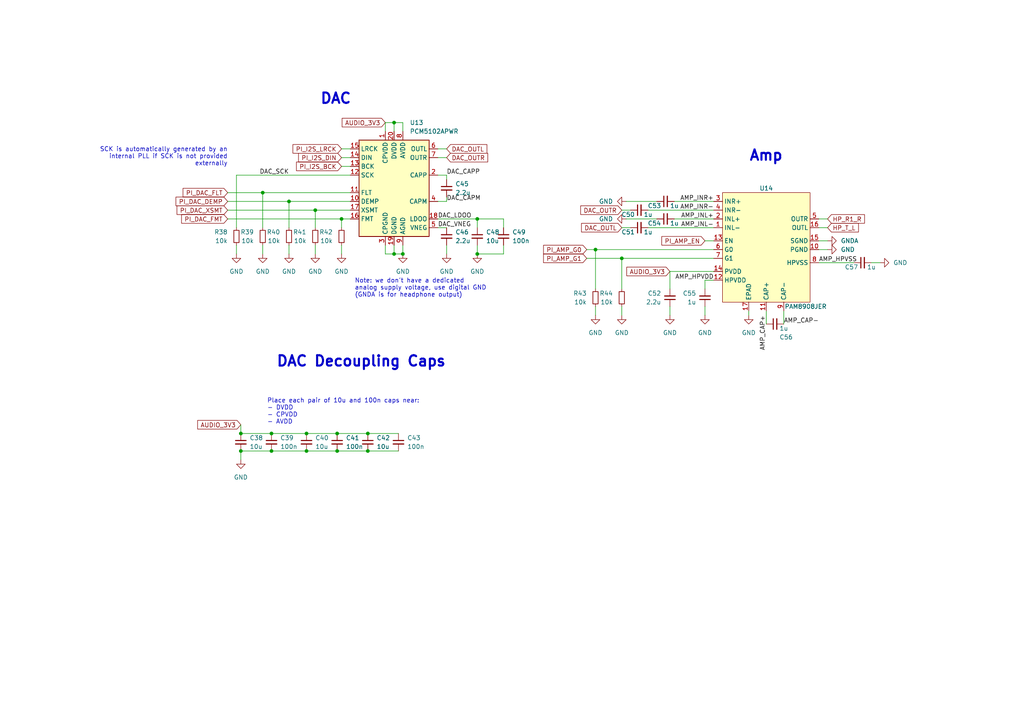
<source format=kicad_sch>
(kicad_sch (version 20230121) (generator eeschema)
  (paper "A4")
  (title_block (title "piPod IO/SMC Board") (date "${DATE}") (rev "%{TAG} (${REVISION})"))
  (lib_symbols
    (symbol "Audio:PCM5102"
      (property "Reference" "U" (at -10.16 13.97 0))
      (property "Value" "PCM5102" (at 3.81 13.97 0))
      (symbol "PCM5102_0_1"
        (rectangle (start -10.16 12.7) (end 10.16 -15.24) (stroke (width 0.254)) (fill (type background)))
      )
      (symbol "PCM5102_1_1"
        (pin passive line (at -2.54 15.24 270) (length 2.54) (name "CPVDD") (number "1"))
        (pin input line (at -12.7 -5.08 0) (length 2.54) (name "DEMP") (number "10"))
        (pin input line (at -12.7 -2.54 0) (length 2.54) (name "FLT") (number "11"))
        (pin input line (at -12.7 2.54 0) (length 2.54) (name "SCK") (number "12"))
        (pin input line (at -12.7 5.08 0) (length 2.54) (name "BCK") (number "13"))
        (pin input line (at -12.7 7.62 0) (length 2.54) (name "DIN") (number "14"))
        (pin input line (at -12.7 10.16 0) (length 2.54) (name "LRCK") (number "15"))
        (pin input line (at -12.7 -10.16 0) (length 2.54) (name "FMT") (number "16"))
        (pin input line (at -12.7 -7.62 0) (length 2.54) (name "XSMT") (number "17"))
        (pin passive line (at 12.7 -10.16 180) (length 2.54) (name "LDOO") (number "18"))
        (pin power_in line (at 0 -17.78 90) (length 2.54) (name "DGND") (number "19"))
        (pin passive line (at 12.7 2.54 180) (length 2.54) (name "CAPP") (number "2"))
        (pin power_in line (at 0 15.24 270) (length 2.54) (name "DVDD") (number "20"))
        (pin power_in line (at -2.54 -17.78 90) (length 2.54) (name "CPGND") (number "3"))
        (pin passive line (at 12.7 -5.08 180) (length 2.54) (name "CAPM") (number "4"))
        (pin passive line (at 12.7 -12.7 180) (length 2.54) (name "VNEG") (number "5"))
        (pin output line (at 12.7 10.16 180) (length 2.54) (name "OUTL") (number "6"))
        (pin output line (at 12.7 7.62 180) (length 2.54) (name "OUTR") (number "7"))
        (pin power_in line (at 2.54 15.24 270) (length 2.54) (name "AVDD") (number "8"))
        (pin power_in line (at 2.54 -17.78 90) (length 2.54) (name "AGND") (number "9"))
      )
    )
    (symbol "Device:C_Small" (pin_numbers hide) (pin_names (offset 0.254) hide)
      (property "Reference" "C" (at 0.254 1.778 0))
      (property "Value" "C_Small" (at 0.254 -2.032 0))
      (symbol "C_Small_0_1"
        (polyline (pts (xy -1.524 -0.508) (xy 1.524 -0.508)) (stroke (width 0.3302)))
        (polyline (pts (xy -1.524 0.508) (xy 1.524 0.508)) (stroke (width 0.3048)))
      )
      (symbol "C_Small_1_1"
        (pin passive line (at 0 2.54 270) (length 2.032) (name "~") (number "1"))
        (pin passive line (at 0 -2.54 90) (length 2.032) (name "~") (number "2"))
      )
    )
    (symbol "Device:R_Small" (pin_numbers hide) (pin_names (offset 0.254) hide)
      (property "Reference" "R" (at 0.762 0.508 0))
      (property "Value" "R_Small" (at 0.762 -1.016 0))
      (symbol "R_Small_0_1"
        (rectangle (start -0.762 1.778) (end 0.762 -1.778) (stroke (width 0.2032)))
      )
      (symbol "R_Small_1_1"
        (pin passive line (at 0 2.54 270) (length 0.762) (name "~") (number "1"))
        (pin passive line (at 0 -2.54 90) (length 0.762) (name "~") (number "2"))
      )
    )
    (symbol "lcsc:PAM8908JER"
      (property "Reference" "U?" (at 0 15.24 0))
      (property "Value" "PAM8908JER" (at 12.7 -19.05 0))
      (symbol "PAM8908JER_0_1"
        (rectangle (start -12.7 13.97) (end 12.7 -17.78) (fill (type background)))
        (pin input line (at -15.24 3.81 0) (length 2.54) (name "INL-") (number "1"))
        (pin power_in line (at 15.24 -2.54 180) (length 2.54) (name "PGND") (number "10"))
        (pin output line (at 0 -20.32 90) (length 2.54) (name "CAP+") (number "11"))
        (pin power_out line (at -15.24 -11.43 0) (length 2.54) (name "HPVDD") (number "12"))
        (pin input line (at -15.24 0 0) (length 2.54) (name "EN") (number "13"))
        (pin power_in line (at -15.24 -8.89 0) (length 2.54) (name "PVDD") (number "14"))
        (pin power_out line (at 15.24 0 180) (length 2.54) (name "SGND") (number "15"))
        (pin output line (at 15.24 3.81 180) (length 2.54) (name "OUTL") (number "16"))
        (pin passive line (at -5.08 -20.32 90) (length 2.54) (name "EPAD") (number "17"))
        (pin input line (at -15.24 6.35 0) (length 2.54) (name "INL+") (number "2"))
        (pin input line (at -15.24 11.43 0) (length 2.54) (name "INR+") (number "3"))
        (pin input line (at -15.24 8.89 0) (length 2.54) (name "INR-") (number "4"))
        (pin output line (at 15.24 6.35 180) (length 2.54) (name "OUTR") (number "5"))
        (pin input line (at -15.24 -2.54 0) (length 2.54) (name "G0") (number "6"))
        (pin input line (at -15.24 -5.08 0) (length 2.54) (name "G1") (number "7"))
        (pin power_out line (at 15.24 -6.35 180) (length 2.54) (name "HPVSS") (number "8"))
        (pin output line (at 5.08 -20.32 90) (length 2.54) (name "CAP-") (number "9"))
      )
    )
    (symbol "power:GND" (power) (pin_names (offset 0))
      (property "Value" "GND" (at 0 -3.81 0))
      (symbol "GND_0_1"
        (polyline (pts (xy 0 0) (xy 0 -1.27) (xy 1.27 -1.27) (xy 0 -2.54) (xy -1.27 -1.27) (xy 0 -1.27)))
      )
      (symbol "GND_1_1"
        (pin power_in line (at 0 0 270) (length 0) hide (name "GND") (number "1"))
      )
    )
    (symbol "power:GNDA" (power) (pin_names (offset 0))
      (property "Value" "GNDA" (at 0 -3.81 0))
      (symbol "GNDA_0_1"
        (polyline (pts (xy 0 0) (xy 0 -1.27) (xy 1.27 -1.27) (xy 0 -2.54) (xy -1.27 -1.27) (xy 0 -1.27)))
      )
      (symbol "GNDA_1_1"
        (pin power_in line (at 0 0 270) (length 0) hide (name "GNDA") (number "1"))
      )
    )
  )
  (junction (at 78.74 130.81))
  (junction (at 138.43 73.66))
  (junction (at 114.3 35.56))
  (junction (at 114.3 73.66))
  (junction (at 106.68 130.81))
  (junction (at 78.74 125.73))
  (junction (at 69.85 130.81))
  (junction (at 116.84 73.66))
  (junction (at 180.34 74.93))
  (junction (at 138.43 63.5))
  (junction (at 106.68 125.73))
  (junction (at 97.79 125.73))
  (junction (at 99.06 63.5))
  (junction (at 83.82 58.42))
  (junction (at 91.44 60.96))
  (junction (at 76.2 55.88))
  (junction (at 69.85 125.73))
  (junction (at 97.79 130.81))
  (junction (at 88.9 130.81))
  (junction (at 88.9 125.73))
  (junction (at 172.72 72.39))
  (wire (pts (xy 76.2 71.12) (xy 76.2 73.66)))
  (wire (pts (xy 172.72 72.39) (xy 172.72 83.82)))
  (wire (pts (xy 170.18 72.39) (xy 172.72 72.39)))
  (wire (pts (xy 194.31 78.74) (xy 194.31 83.82)))
  (wire (pts (xy 78.74 125.73) (xy 88.9 125.73)))
  (wire (pts (xy 172.72 72.39) (xy 207.01 72.39)))
  (wire (pts (xy 172.72 88.9) (xy 172.72 91.44)))
  (wire (pts (xy 129.54 71.12) (xy 129.54 73.66)))
  (wire (pts (xy 181.61 58.42) (xy 190.5 58.42)))
  (wire (pts (xy 69.85 130.81) (xy 69.85 133.35)))
  (wire (pts (xy 97.79 125.73) (xy 106.68 125.73)))
  (wire (pts (xy 78.74 130.81) (xy 88.9 130.81)))
  (wire (pts (xy 127 63.5) (xy 138.43 63.5)))
  (wire (pts (xy 217.17 90.17) (xy 217.17 91.44)))
  (wire (pts (xy 237.49 72.39) (xy 240.03 72.39)))
  (wire (pts (xy 99.06 71.12) (xy 99.06 73.66)))
  (wire (pts (xy 91.44 60.96) (xy 91.44 66.04)))
  (wire (pts (xy 111.76 73.66) (xy 114.3 73.66)))
  (wire (pts (xy 116.84 35.56) (xy 116.84 38.1)))
  (wire (pts (xy 76.2 55.88) (xy 101.6 55.88)))
  (wire (pts (xy 180.34 60.96) (xy 182.88 60.96)))
  (wire (pts (xy 101.6 58.42) (xy 83.82 58.42)))
  (wire (pts (xy 106.68 125.73) (xy 115.57 125.73)))
  (wire (pts (xy 180.34 88.9) (xy 180.34 91.44)))
  (wire (pts (xy 180.34 74.93) (xy 207.01 74.93)))
  (wire (pts (xy 88.9 130.81) (xy 97.79 130.81)))
  (wire (pts (xy 204.47 81.28) (xy 204.47 83.82)))
  (wire (pts (xy 129.54 50.8) (xy 129.54 52.07)))
  (wire (pts (xy 91.44 71.12) (xy 91.44 73.66)))
  (wire (pts (xy 83.82 71.12) (xy 83.82 73.66)))
  (wire (pts (xy 180.34 74.93) (xy 180.34 83.82)))
  (wire (pts (xy 222.25 90.17) (xy 222.25 93.98)))
  (wire (pts (xy 138.43 63.5) (xy 138.43 66.04)))
  (wire (pts (xy 97.79 130.81) (xy 106.68 130.81)))
  (wire (pts (xy 127 45.72) (xy 129.54 45.72)))
  (wire (pts (xy 204.47 69.85) (xy 207.01 69.85)))
  (wire (pts (xy 116.84 71.12) (xy 116.84 73.66)))
  (wire (pts (xy 195.58 58.42) (xy 207.01 58.42)))
  (wire (pts (xy 68.58 50.8) (xy 101.6 50.8)))
  (wire (pts (xy 106.68 130.81) (xy 115.57 130.81)))
  (wire (pts (xy 237.49 66.04) (xy 240.03 66.04)))
  (wire (pts (xy 83.82 58.42) (xy 83.82 66.04)))
  (wire (pts (xy 237.49 76.2) (xy 247.65 76.2)))
  (wire (pts (xy 146.05 71.12) (xy 146.05 73.66)))
  (wire (pts (xy 114.3 35.56) (xy 116.84 35.56)))
  (wire (pts (xy 237.49 69.85) (xy 240.03 69.85)))
  (wire (pts (xy 68.58 50.8) (xy 68.58 66.04)))
  (wire (pts (xy 194.31 78.74) (xy 207.01 78.74)))
  (wire (pts (xy 138.43 63.5) (xy 146.05 63.5)))
  (wire (pts (xy 114.3 73.66) (xy 116.84 73.66)))
  (wire (pts (xy 99.06 45.72) (xy 101.6 45.72)))
  (wire (pts (xy 101.6 63.5) (xy 99.06 63.5)))
  (wire (pts (xy 187.96 66.04) (xy 207.01 66.04)))
  (wire (pts (xy 69.85 130.81) (xy 78.74 130.81)))
  (wire (pts (xy 180.34 66.04) (xy 182.88 66.04)))
  (wire (pts (xy 114.3 71.12) (xy 114.3 73.66)))
  (wire (pts (xy 66.04 60.96) (xy 91.44 60.96)))
  (wire (pts (xy 170.18 74.93) (xy 180.34 74.93)))
  (wire (pts (xy 181.61 63.5) (xy 190.5 63.5)))
  (wire (pts (xy 187.96 60.96) (xy 207.01 60.96)))
  (wire (pts (xy 99.06 63.5) (xy 99.06 66.04)))
  (wire (pts (xy 66.04 63.5) (xy 99.06 63.5)))
  (wire (pts (xy 111.76 35.56) (xy 111.76 38.1)))
  (wire (pts (xy 146.05 73.66) (xy 138.43 73.66)))
  (wire (pts (xy 204.47 88.9) (xy 204.47 91.44)))
  (wire (pts (xy 237.49 63.5) (xy 240.03 63.5)))
  (wire (pts (xy 111.76 35.56) (xy 114.3 35.56)))
  (wire (pts (xy 252.73 76.2) (xy 255.27 76.2)))
  (wire (pts (xy 127 43.18) (xy 129.54 43.18)))
  (wire (pts (xy 194.31 88.9) (xy 194.31 91.44)))
  (wire (pts (xy 127 50.8) (xy 129.54 50.8)))
  (wire (pts (xy 69.85 125.73) (xy 78.74 125.73)))
  (wire (pts (xy 129.54 58.42) (xy 129.54 57.15)))
  (wire (pts (xy 101.6 60.96) (xy 91.44 60.96)))
  (wire (pts (xy 195.58 63.5) (xy 207.01 63.5)))
  (wire (pts (xy 127 58.42) (xy 129.54 58.42)))
  (wire (pts (xy 66.04 58.42) (xy 83.82 58.42)))
  (wire (pts (xy 99.06 43.18) (xy 101.6 43.18)))
  (wire (pts (xy 68.58 71.12) (xy 68.58 73.66)))
  (wire (pts (xy 76.2 55.88) (xy 76.2 66.04)))
  (wire (pts (xy 99.06 48.26) (xy 101.6 48.26)))
  (wire (pts (xy 111.76 71.12) (xy 111.76 73.66)))
  (wire (pts (xy 114.3 35.56) (xy 114.3 38.1)))
  (wire (pts (xy 146.05 63.5) (xy 146.05 66.04)))
  (wire (pts (xy 204.47 81.28) (xy 207.01 81.28)))
  (wire (pts (xy 138.43 71.12) (xy 138.43 73.66)))
  (wire (pts (xy 127 66.04) (xy 129.54 66.04)))
  (wire (pts (xy 88.9 125.73) (xy 97.79 125.73)))
  (wire (pts (xy 66.04 55.88) (xy 76.2 55.88)))
  (wire (pts (xy 69.85 123.19) (xy 69.85 125.73)))
  (wire (pts (xy 227.33 90.17) (xy 227.33 93.98)))
  (text "Note: we don't have a dedicated\nanalog supply voltage, use digital GND\n(GNDA is for headphone output)" (at 102.87 86.36 0) (effects (font (size 1.27 1.27)) (justify left bottom)))
  (text "Amp" (at 217.17 46.99 0) (effects (font (size 3 3) (thickness 0.6) bold) (justify left bottom)))
  (text "Place each pair of 10u and 100n caps near:\n- DVDD\n- CPVDD\n- AVDD" (at 77.47 123.19 0) (effects (font (size 1.27 1.27)) (justify left bottom)))
  (text "DAC Decoupling Caps" (at 80.01 106.68 0) (effects (font (size 3 3) (thickness 0.6) bold) (justify left bottom)))
  (text "SCK is automatically generated by an\ninternal PLL if SCK is not provided\nexternally" (at 66.04 48.26 0) (effects (font (size 1.27 1.27)) (justify right bottom)))
  (text "DAC" (at 92.71 30.48 0) (effects (font (size 3 3) (thickness 0.6) bold) (justify left bottom)))
  (label "AMP_HPVDD" (at 207.01 81.28 180))
  (label "DAC_CAPP" (at 129.54 50.8 0))
  (label "AMP_INL-" (at 207.01 66.04 180))
  (label "DAC_LDOO" (at 127 63.5 0))
  (label "DAC_VNEG" (at 127 66.04 0))
  (label "DAC_CAPM" (at 129.54 58.42 0))
  (label "AMP_INR+" (at 207.01 58.42 180))
  (label "AMP_HPVSS" (at 237.49 76.2 0))
  (label "AMP_INL+" (at 207.01 63.5 180))
  (label "AMP_CAP+" (at 222.25 91.44 270))
  (label "DAC_SCK" (at 83.82 50.8 180))
  (label "AMP_INR-" (at 207.01 60.96 180))
  (label "AMP_CAP-" (at 227.33 93.98 0))
  (global_label "DAC_OUTR" (shape input) (at 129.54 45.72 0) (property "Intersheetrefs" "${INTERSHEET_REFS}" (effects hide)))
  (global_label "AUDIO_3V3" (shape input) (at 111.76 35.56 180) (property "Intersheetrefs" "${INTERSHEET_REFS}" (effects hide)))
  (global_label "HP_T_L" (shape input) (at 240.03 66.04 0) (property "Intersheetrefs" "${INTERSHEET_REFS}" (effects hide)))
  (global_label "PI_AMP_G1" (shape input) (at 170.18 74.93 180) (property "Intersheetrefs" "${INTERSHEET_REFS}" (effects hide)))
  (global_label "AUDIO_3V3" (shape input) (at 194.31 78.74 180) (property "Intersheetrefs" "${INTERSHEET_REFS}" (effects hide)))
  (global_label "DAC_OUTL" (shape input) (at 180.34 66.04 180) (property "Intersheetrefs" "${INTERSHEET_REFS}" (effects hide)))
  (global_label "DAC_OUTR" (shape input) (at 180.34 60.96 180) (property "Intersheetrefs" "${INTERSHEET_REFS}" (effects hide)))
  (global_label "PI_I2S_DIN" (shape input) (at 99.06 45.72 180) (property "Intersheetrefs" "${INTERSHEET_REFS}" (effects hide)))
  (global_label "PI_DAC_FLT" (shape input) (at 66.04 55.88 180) (property "Intersheetrefs" "${INTERSHEET_REFS}" (effects hide)))
  (global_label "PI_DAC_DEMP" (shape input) (at 66.04 58.42 180) (property "Intersheetrefs" "${INTERSHEET_REFS}" (effects hide)))
  (global_label "DAC_OUTL" (shape input) (at 129.54 43.18 0) (property "Intersheetrefs" "${INTERSHEET_REFS}" (effects hide)))
  (global_label "PI_I2S_BCK" (shape input) (at 99.06 48.26 180) (property "Intersheetrefs" "${INTERSHEET_REFS}" (effects hide)))
  (global_label "PI_AMP_EN" (shape input) (at 204.47 69.85 180) (property "Intersheetrefs" "${INTERSHEET_REFS}" (effects hide)))
  (global_label "PI_AMP_G0" (shape input) (at 170.18 72.39 180) (property "Intersheetrefs" "${INTERSHEET_REFS}" (effects hide)))
  (global_label "PI_DAC_XSMT" (shape input) (at 66.04 60.96 180) (property "Intersheetrefs" "${INTERSHEET_REFS}" (effects hide)))
  (global_label "PI_DAC_FMT" (shape input) (at 66.04 63.5 180) (property "Intersheetrefs" "${INTERSHEET_REFS}" (effects hide)))
  (global_label "PI_I2S_LRCK" (shape input) (at 99.06 43.18 180) (property "Intersheetrefs" "${INTERSHEET_REFS}" (effects hide)))
  (global_label "AUDIO_3V3" (shape input) (at 69.85 123.19 180) (property "Intersheetrefs" "${INTERSHEET_REFS}" (effects hide)))
  (global_label "HP_R1_R" (shape input) (at 240.03 63.5 0) (property "Intersheetrefs" "${INTERSHEET_REFS}" (effects hide)))
  (symbol (lib_id "Audio:PCM5102") (at 114.3 53.34 0) (unit 1)
    (property "Reference" "U13" (at 118.8594 35.56 0) (effects (justify left)))
    (property "Value" "PCM5102APWR" (at 118.8594 38.1 0) (effects (justify left)))
    (property "Footprint" "Package_SO:TSSOP-20_4.4x6.5mm_P0.65mm" (effects hide))
    (property "Datasheet" "http://www.ti.com/lit/ds/symlink/pcm5102.pdf" (effects hide))
    (property "Description" "DAC, Audio 16 b, 24 b, 32 b 384k PCM 20-TSSOP" (effects hide))
    (property "Digikey Part" "296-36707-2-ND" (effects hide))
    (property "Digikey Price/Stock" "https://www.digikey.ca/en/products/detail/texas-instruments/PCM5102APWR/3727211" (effects hide))
    (property "JLC Part" "Extended Part" (effects hide))
    (property "LCSC Part" "C107671" (effects hide))
    (property "Manufacturer" "Texas Instruments" (effects hide))
    (property "Manufacturer Part" "PCM5102APWR" (effects hide))
    (property "Mouser Part" "595-PCM5102APWR" (effects hide))
    (property "Mouser Price/Stock" "https://www.mouser.ca/ProductDetail/Texas-Instruments/PCM5102APWR?qs=E2%2FxqS9xjzrfECkwEYoiyg%3D%3D" (effects hide))
  )
  (symbol (lib_id "power:GND") (at 181.61 58.42 270) (unit 1)
    (property "Reference" "#PWR0120" (effects hide))
    (property "Value" "GND" (at 177.8 58.4199 90) (effects (justify right)))
  )
  (symbol (lib_id "Device:C_Small") (at 224.79 93.98 90) (unit 1)
    (property "Reference" "C56" (at 226.06 97.79 90) (effects (justify right)))
    (property "Value" "1u" (at 226.06 95.25 90) (effects (justify right)))
    (property "Footprint" "Capacitor_SMD:C_0402_1005Metric" (effects hide))
  )
  (symbol (lib_id "lcsc:PAM8908JER") (at 222.25 69.85 0) (unit 1)
    (property "Reference" "U14" (at 222.25 54.61 0))
    (property "Value" "PAM8908JER" (at 233.68 88.9 0))
    (property "Footprint" "Gigahawk:QFN-16-1EP_3x3mm_P0.5mm_EP1.7x1.7mm" (effects hide))
    (property "Datasheet" "https://lcsc.com/product-detail/Audio-Power-OpAmps_Diodes-Incorporated_PAM8908JER_Diodes-Incorporated-PAM8908JER_C33233.html" (effects hide))
    (property "Manufacturer" "Diodes Incorporated" (effects hide))
    (property "LCSC Part" "C33233" (effects hide))
    (property "JLC Part" "Extended Part" (effects hide))
    (property "Digikey Part" "PAM8908JERDITR-ND" (effects hide))
    (property "Digikey Price/Stock" "https://www.digikey.com/en/products/detail/diodes-incorporated/PAM8908JER/4033382" (effects hide))
    (property "Mouser Part" "621-PAM8908JER" (effects hide))
    (property "Mouser Price/Stock" "https://www.mouser.ca/ProductDetail/Diodes-Incorporated/PAM8908JER?qs=%252BSlWJf1dfkITtmNpMlm%252Bnw%3D%3D" (effects hide))
    (property "Manufacturer Part" "PAM8908JER" (effects hide))
    (property "Description" "Amplifier IC 2-Channel (Stereo) with Stereo Headphones Class AB U-QFN3030-16" (effects hide))
  )
  (symbol (lib_id "power:GND") (at 194.31 91.44 0) (unit 1)
    (property "Reference" "#PWR0122" (effects hide))
    (property "Value" "GND" (at 194.31 96.52 0))
  )
  (symbol (lib_id "power:GND") (at 129.54 73.66 0) (unit 1)
    (property "Reference" "#PWR0116" (effects hide))
    (property "Value" "GND" (at 129.54 78.74 0))
  )
  (symbol (lib_id "power:GND") (at 217.17 91.44 0) (unit 1)
    (property "Reference" "#PWR0124" (effects hide))
    (property "Value" "GND" (at 217.17 96.52 0))
  )
  (symbol (lib_id "Device:C_Small") (at 138.43 68.58 0) (unit 1)
    (property "Reference" "C48" (at 140.97 67.3162 0) (effects (justify left)))
    (property "Value" "10u" (at 140.97 69.8562 0) (effects (justify left)))
    (property "Footprint" "Capacitor_SMD:C_0402_1005Metric" (effects hide))
  )
  (symbol (lib_id "Device:C_Small") (at 185.42 66.04 90) (unit 1)
    (property "Reference" "C51" (at 184.15 67.31 90) (effects (justify left)))
    (property "Value" "1u" (at 186.69 67.31 90) (effects (justify right)))
    (property "Footprint" "Capacitor_SMD:C_0402_1005Metric" (effects hide))
  )
  (symbol (lib_id "power:GND") (at 204.47 91.44 0) (unit 1)
    (property "Reference" "#PWR0123" (effects hide))
    (property "Value" "GND" (at 204.47 96.52 0))
  )
  (symbol (lib_id "Device:C_Small") (at 185.42 60.96 90) (unit 1)
    (property "Reference" "C50" (at 184.15 62.23 90) (effects (justify left)))
    (property "Value" "1u" (at 186.69 62.23 90) (effects (justify right)))
    (property "Footprint" "Capacitor_SMD:C_0402_1005Metric" (effects hide))
  )
  (symbol (lib_id "power:GND") (at 181.61 63.5 270) (unit 1)
    (property "Reference" "#PWR0121" (effects hide))
    (property "Value" "GND" (at 177.8 63.4999 90) (effects (justify right)))
  )
  (symbol (lib_id "Device:R_Small") (at 99.06 68.58 0) (mirror x) (unit 1)
    (property "Reference" "R42" (at 96.52 67.3099 0) (effects (justify right)))
    (property "Value" "10k" (at 96.52 69.8499 0) (effects (justify right)))
    (property "Footprint" "Resistor_SMD:R_0402_1005Metric" (effects hide))
  )
  (symbol (lib_id "Device:C_Small") (at 97.79 128.27 0) (unit 1)
    (property "Reference" "C41" (at 100.33 127.0062 0) (effects (justify left)))
    (property "Value" "100n" (at 100.33 129.5462 0) (effects (justify left)))
    (property "Footprint" "Capacitor_SMD:C_0402_1005Metric" (effects hide))
  )
  (symbol (lib_id "power:GND") (at 99.06 73.66 0) (unit 1)
    (property "Reference" "#PWR0114" (effects hide))
    (property "Value" "GND" (at 99.06 78.74 0))
  )
  (symbol (lib_id "power:GND") (at 69.85 133.35 0) (unit 1)
    (property "Reference" "#PWR0110" (effects hide))
    (property "Value" "GND" (at 69.85 138.43 0))
  )
  (symbol (lib_id "power:GND") (at 76.2 73.66 0) (unit 1)
    (property "Reference" "#PWR0111" (effects hide))
    (property "Value" "GND" (at 76.2 78.74 0))
  )
  (symbol (lib_id "Device:C_Small") (at 194.31 86.36 0) (mirror x) (unit 1)
    (property "Reference" "C52" (at 191.77 85.0835 0) (effects (justify right)))
    (property "Value" "2.2u" (at 191.77 87.6235 0) (effects (justify right)))
    (property "Footprint" "Capacitor_SMD:C_0402_1005Metric" (effects hide))
  )
  (symbol (lib_id "power:GND") (at 255.27 76.2 90) (unit 1)
    (property "Reference" "#PWR0127" (effects hide))
    (property "Value" "GND" (at 259.08 76.1999 90) (effects (justify right)))
  )
  (symbol (lib_id "Device:R_Small") (at 68.58 68.58 0) (mirror x) (unit 1)
    (property "Reference" "R38" (at 66.04 67.3099 0) (effects (justify right)))
    (property "Value" "10k" (at 66.04 69.8499 0) (effects (justify right)))
    (property "Footprint" "Resistor_SMD:R_0402_1005Metric" (effects hide))
  )
  (symbol (lib_id "power:GND") (at 138.43 73.66 0) (unit 1)
    (property "Reference" "#PWR0117" (effects hide))
    (property "Value" "GND" (at 138.43 78.74 0))
  )
  (symbol (lib_id "Device:C_Small") (at 129.54 68.58 0) (unit 1)
    (property "Reference" "C46" (at 132.08 67.3162 0) (effects (justify left)))
    (property "Value" "2.2u" (at 132.08 69.8562 0) (effects (justify left)))
    (property "Footprint" "Capacitor_SMD:C_0402_1005Metric" (effects hide))
  )
  (symbol (lib_id "power:GND") (at 240.03 72.39 90) (unit 1)
    (property "Reference" "#PWR0126" (effects hide))
    (property "Value" "GND" (at 243.84 72.3899 90) (effects (justify right)))
  )
  (symbol (lib_id "power:GND") (at 172.72 91.44 0) (unit 1)
    (property "Reference" "#PWR0118" (effects hide))
    (property "Value" "GND" (at 172.72 96.52 0))
  )
  (symbol (lib_id "Device:C_Small") (at 193.04 63.5 90) (unit 1)
    (property "Reference" "C54" (at 191.77 64.77 90) (effects (justify left)))
    (property "Value" "1u" (at 194.31 64.77 90) (effects (justify right)))
    (property "Footprint" "Capacitor_SMD:C_0402_1005Metric" (effects hide))
  )
  (symbol (lib_id "Device:R_Small") (at 180.34 86.36 0) (mirror x) (unit 1)
    (property "Reference" "R44" (at 177.8 85.0899 0) (effects (justify right)))
    (property "Value" "10k" (at 177.8 87.6299 0) (effects (justify right)))
    (property "Footprint" "Resistor_SMD:R_0402_1005Metric" (effects hide))
  )
  (symbol (lib_id "power:GND") (at 116.84 73.66 0) (unit 1)
    (property "Reference" "#PWR0115" (effects hide))
    (property "Value" "GND" (at 116.84 78.74 0))
  )
  (symbol (lib_id "power:GND") (at 91.44 73.66 0) (unit 1)
    (property "Reference" "#PWR0113" (effects hide))
    (property "Value" "GND" (at 91.44 78.74 0))
  )
  (symbol (lib_id "Device:R_Small") (at 91.44 68.58 0) (mirror x) (unit 1)
    (property "Reference" "R41" (at 88.9 67.3099 0) (effects (justify right)))
    (property "Value" "10k" (at 88.9 69.8499 0) (effects (justify right)))
    (property "Footprint" "Resistor_SMD:R_0402_1005Metric" (effects hide))
  )
  (symbol (lib_id "Device:C_Small") (at 69.85 128.27 0) (unit 1)
    (property "Reference" "C38" (at 72.39 127.0062 0) (effects (justify left)))
    (property "Value" "10u" (at 72.39 129.5462 0) (effects (justify left)))
    (property "Footprint" "Capacitor_SMD:C_0402_1005Metric" (effects hide))
  )
  (symbol (lib_id "Device:R_Small") (at 76.2 68.58 0) (mirror x) (unit 1)
    (property "Reference" "R39" (at 73.66 67.3099 0) (effects (justify right)))
    (property "Value" "10k" (at 73.66 69.8499 0) (effects (justify right)))
    (property "Footprint" "Resistor_SMD:R_0402_1005Metric" (effects hide))
  )
  (symbol (lib_id "Device:C_Small") (at 146.05 68.58 0) (unit 1)
    (property "Reference" "C49" (at 148.59 67.3162 0) (effects (justify left)))
    (property "Value" "100n" (at 148.59 69.8562 0) (effects (justify left)))
    (property "Footprint" "Capacitor_SMD:C_0402_1005Metric" (effects hide))
  )
  (symbol (lib_id "Device:R_Small") (at 83.82 68.58 0) (mirror x) (unit 1)
    (property "Reference" "R40" (at 81.28 67.3099 0) (effects (justify right)))
    (property "Value" "10k" (at 81.28 69.8499 0) (effects (justify right)))
    (property "Footprint" "Resistor_SMD:R_0402_1005Metric" (effects hide))
  )
  (symbol (lib_id "power:GNDA") (at 240.03 69.85 90) (unit 1)
    (property "Reference" "#PWR0125" (effects hide))
    (property "Value" "GNDA" (at 243.84 69.8499 90) (effects (justify right)))
  )
  (symbol (lib_id "Device:C_Small") (at 88.9 128.27 0) (unit 1)
    (property "Reference" "C40" (at 91.44 127.0062 0) (effects (justify left)))
    (property "Value" "10u" (at 91.44 129.5462 0) (effects (justify left)))
    (property "Footprint" "Capacitor_SMD:C_0402_1005Metric" (effects hide))
  )
  (symbol (lib_id "Device:R_Small") (at 172.72 86.36 0) (mirror x) (unit 1)
    (property "Reference" "R43" (at 170.18 85.0899 0) (effects (justify right)))
    (property "Value" "10k" (at 170.18 87.6299 0) (effects (justify right)))
    (property "Footprint" "Resistor_SMD:R_0402_1005Metric" (effects hide))
  )
  (symbol (lib_id "power:GND") (at 180.34 91.44 0) (unit 1)
    (property "Reference" "#PWR0119" (effects hide))
    (property "Value" "GND" (at 180.34 96.52 0))
  )
  (symbol (lib_id "power:GND") (at 83.82 73.66 0) (unit 1)
    (property "Reference" "#PWR0112" (effects hide))
    (property "Value" "GND" (at 83.82 78.74 0))
  )
  (symbol (lib_id "Device:C_Small") (at 204.47 86.36 0) (mirror x) (unit 1)
    (property "Reference" "C55" (at 201.93 85.0835 0) (effects (justify right)))
    (property "Value" "1u" (at 201.93 87.6235 0) (effects (justify right)))
    (property "Footprint" "Capacitor_SMD:C_0402_1005Metric" (effects hide))
  )
  (symbol (lib_id "Device:C_Small") (at 250.19 76.2 90) (unit 1)
    (property "Reference" "C57" (at 248.92 77.47 90) (effects (justify left)))
    (property "Value" "1u" (at 251.46 77.47 90) (effects (justify right)))
    (property "Footprint" "Capacitor_SMD:C_0402_1005Metric" (effects hide))
  )
  (symbol (lib_id "Device:C_Small") (at 115.57 128.27 0) (unit 1)
    (property "Reference" "C43" (at 118.11 127.0062 0) (effects (justify left)))
    (property "Value" "100n" (at 118.11 129.5462 0) (effects (justify left)))
    (property "Footprint" "Capacitor_SMD:C_0402_1005Metric" (effects hide))
  )
  (symbol (lib_id "Device:C_Small") (at 106.68 128.27 0) (unit 1)
    (property "Reference" "C42" (at 109.22 127.0062 0) (effects (justify left)))
    (property "Value" "10u" (at 109.22 129.5462 0) (effects (justify left)))
    (property "Footprint" "Capacitor_SMD:C_0402_1005Metric" (effects hide))
  )
  (symbol (lib_id "Device:C_Small") (at 193.04 58.42 90) (unit 1)
    (property "Reference" "C53" (at 191.77 59.69 90) (effects (justify left)))
    (property "Value" "1u" (at 194.31 59.69 90) (effects (justify right)))
    (property "Footprint" "Capacitor_SMD:C_0402_1005Metric" (effects hide))
  )
  (symbol (lib_id "Device:C_Small") (at 129.54 54.61 0) (unit 1)
    (property "Reference" "C45" (at 132.08 53.3462 0) (effects (justify left)))
    (property "Value" "2.2u" (at 132.08 55.8862 0) (effects (justify left)))
    (property "Footprint" "Capacitor_SMD:C_0402_1005Metric" (effects hide))
  )
  (symbol (lib_id "power:GND") (at 68.58 73.66 0) (unit 1)
    (property "Reference" "#PWR0109" (effects hide))
    (property "Value" "GND" (at 68.58 78.74 0))
  )
  (symbol (lib_id "Device:C_Small") (at 78.74 128.27 0) (unit 1)
    (property "Reference" "C39" (at 81.28 127.0062 0) (effects (justify left)))
    (property "Value" "100n" (at 81.28 129.5462 0) (effects (justify left)))
    (property "Footprint" "Capacitor_SMD:C_0402_1005Metric" (effects hide))
  )
)
</source>
